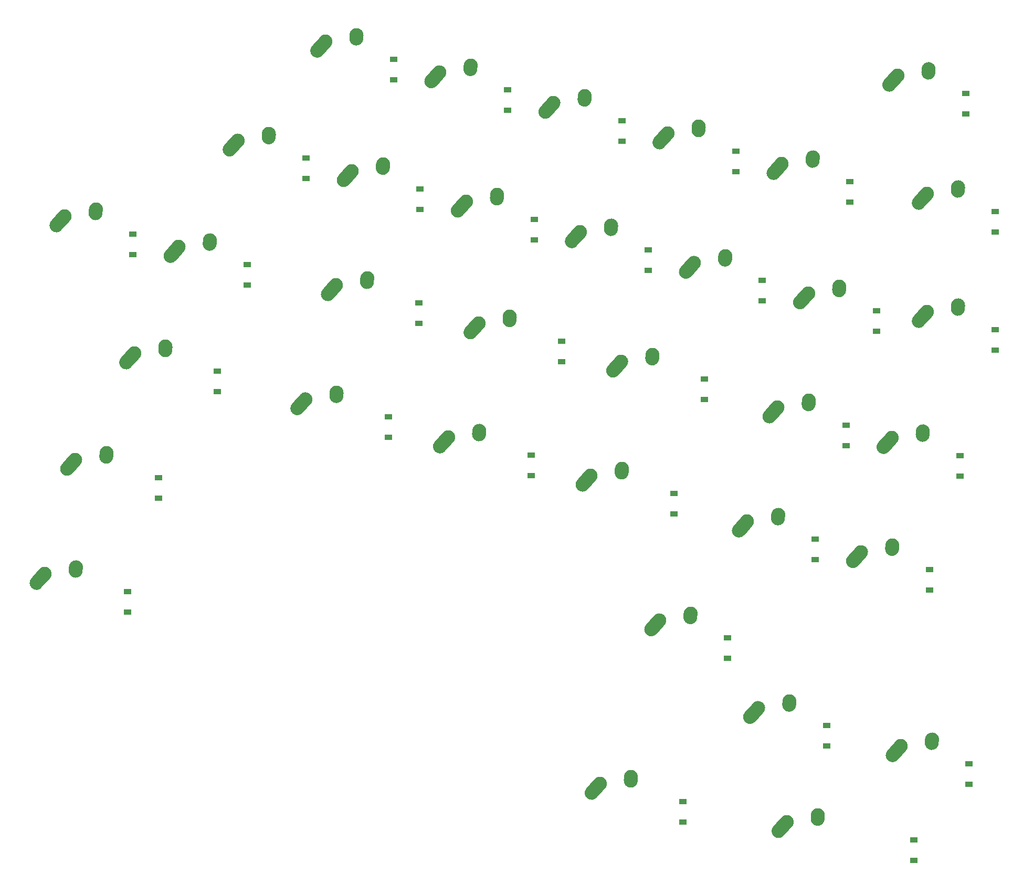
<source format=gbl>
G04 #@! TF.GenerationSoftware,KiCad,Pcbnew,(5.1.6)-1*
G04 #@! TF.CreationDate,2020-08-31T15:39:06-04:00*
G04 #@! TF.ProjectId,keyboard,6b657962-6f61-4726-942e-6b696361645f,rev?*
G04 #@! TF.SameCoordinates,Original*
G04 #@! TF.FileFunction,Copper,L2,Bot*
G04 #@! TF.FilePolarity,Positive*
%FSLAX46Y46*%
G04 Gerber Fmt 4.6, Leading zero omitted, Abs format (unit mm)*
G04 Created by KiCad (PCBNEW (5.1.6)-1) date 2020-08-31 15:39:06*
%MOMM*%
%LPD*%
G01*
G04 APERTURE LIST*
G04 #@! TA.AperFunction,ComponentPad*
%ADD10C,2.250000*%
G04 #@! TD*
G04 #@! TA.AperFunction,SMDPad,CuDef*
%ADD11R,1.200000X0.900000*%
G04 #@! TD*
G04 APERTURE END LIST*
D10*
X272969126Y-141415000D03*
G04 #@! TA.AperFunction,ComponentPad*
G36*
G01*
X270907809Y-143712345D02*
X270907809Y-143712345D01*
G75*
G02*
X270821781Y-142123683I751317J837345D01*
G01*
X272131783Y-140663683D01*
G75*
G02*
X273720445Y-140577655I837345J-751317D01*
G01*
X273720445Y-140577655D01*
G75*
G02*
X273806473Y-142166317I-751317J-837345D01*
G01*
X272496471Y-143626317D01*
G75*
G02*
X270907809Y-143712345I-837345J751317D01*
G01*
G37*
G04 #@! TD.AperFunction*
G04 #@! TA.AperFunction,ComponentPad*
G36*
G01*
X277891723Y-142037334D02*
X277891723Y-142037334D01*
G75*
G02*
X276846792Y-140837597I77403J1122334D01*
G01*
X276886792Y-140257597D01*
G75*
G02*
X278086529Y-139212666I1122334J-77403D01*
G01*
X278086529Y-139212666D01*
G75*
G02*
X279131460Y-140412403I-77403J-1122334D01*
G01*
X279091460Y-140992403D01*
G75*
G02*
X277891723Y-142037334I-1122334J77403D01*
G01*
G37*
G04 #@! TD.AperFunction*
X278009126Y-140335000D03*
D11*
X283994126Y-144265000D03*
X283994126Y-147565000D03*
D10*
X291370013Y-146345503D03*
G04 #@! TA.AperFunction,ComponentPad*
G36*
G01*
X289308696Y-148642848D02*
X289308696Y-148642848D01*
G75*
G02*
X289222668Y-147054186I751317J837345D01*
G01*
X290532670Y-145594186D01*
G75*
G02*
X292121332Y-145508158I837345J-751317D01*
G01*
X292121332Y-145508158D01*
G75*
G02*
X292207360Y-147096820I-751317J-837345D01*
G01*
X290897358Y-148556820D01*
G75*
G02*
X289308696Y-148642848I-837345J751317D01*
G01*
G37*
G04 #@! TD.AperFunction*
G04 #@! TA.AperFunction,ComponentPad*
G36*
G01*
X296292610Y-146967837D02*
X296292610Y-146967837D01*
G75*
G02*
X295247679Y-145768100I77403J1122334D01*
G01*
X295287679Y-145188100D01*
G75*
G02*
X296487416Y-144143169I1122334J-77403D01*
G01*
X296487416Y-144143169D01*
G75*
G02*
X297532347Y-145342906I-77403J-1122334D01*
G01*
X297492347Y-145922906D01*
G75*
G02*
X296292610Y-146967837I-1122334J77403D01*
G01*
G37*
G04 #@! TD.AperFunction*
X296410013Y-145265503D03*
D11*
X302395013Y-149195503D03*
X302395013Y-152495503D03*
D10*
X365241686Y-146906117D03*
G04 #@! TA.AperFunction,ComponentPad*
G36*
G01*
X363180369Y-149203462D02*
X363180369Y-149203462D01*
G75*
G02*
X363094341Y-147614800I751317J837345D01*
G01*
X364404343Y-146154800D01*
G75*
G02*
X365993005Y-146068772I837345J-751317D01*
G01*
X365993005Y-146068772D01*
G75*
G02*
X366079033Y-147657434I-751317J-837345D01*
G01*
X364769031Y-149117434D01*
G75*
G02*
X363180369Y-149203462I-837345J751317D01*
G01*
G37*
G04 #@! TD.AperFunction*
G04 #@! TA.AperFunction,ComponentPad*
G36*
G01*
X370164283Y-147528451D02*
X370164283Y-147528451D01*
G75*
G02*
X369119352Y-146328714I77403J1122334D01*
G01*
X369159352Y-145748714D01*
G75*
G02*
X370359089Y-144703783I1122334J-77403D01*
G01*
X370359089Y-144703783D01*
G75*
G02*
X371404020Y-145903520I-77403J-1122334D01*
G01*
X371364020Y-146483520D01*
G75*
G02*
X370164283Y-147528451I-1122334J77403D01*
G01*
G37*
G04 #@! TD.AperFunction*
X370281686Y-145826117D03*
D11*
X376266686Y-149756117D03*
X376266686Y-153056117D03*
D10*
X258838179Y-157350636D03*
G04 #@! TA.AperFunction,ComponentPad*
G36*
G01*
X256776862Y-159647981D02*
X256776862Y-159647981D01*
G75*
G02*
X256690834Y-158059319I751317J837345D01*
G01*
X258000836Y-156599319D01*
G75*
G02*
X259589498Y-156513291I837345J-751317D01*
G01*
X259589498Y-156513291D01*
G75*
G02*
X259675526Y-158101953I-751317J-837345D01*
G01*
X258365524Y-159561953D01*
G75*
G02*
X256776862Y-159647981I-837345J751317D01*
G01*
G37*
G04 #@! TD.AperFunction*
G04 #@! TA.AperFunction,ComponentPad*
G36*
G01*
X263760776Y-157972970D02*
X263760776Y-157972970D01*
G75*
G02*
X262715845Y-156773233I77403J1122334D01*
G01*
X262755845Y-156193233D01*
G75*
G02*
X263955582Y-155148302I1122334J-77403D01*
G01*
X263955582Y-155148302D01*
G75*
G02*
X265000513Y-156348039I-77403J-1122334D01*
G01*
X264960513Y-156928039D01*
G75*
G02*
X263760776Y-157972970I-1122334J77403D01*
G01*
G37*
G04 #@! TD.AperFunction*
X263878179Y-156270636D03*
D11*
X269863179Y-160200636D03*
X269863179Y-163500636D03*
D10*
X277239066Y-162281138D03*
G04 #@! TA.AperFunction,ComponentPad*
G36*
G01*
X275177749Y-164578483D02*
X275177749Y-164578483D01*
G75*
G02*
X275091721Y-162989821I751317J837345D01*
G01*
X276401723Y-161529821D01*
G75*
G02*
X277990385Y-161443793I837345J-751317D01*
G01*
X277990385Y-161443793D01*
G75*
G02*
X278076413Y-163032455I-751317J-837345D01*
G01*
X276766411Y-164492455D01*
G75*
G02*
X275177749Y-164578483I-837345J751317D01*
G01*
G37*
G04 #@! TD.AperFunction*
G04 #@! TA.AperFunction,ComponentPad*
G36*
G01*
X282161663Y-162903472D02*
X282161663Y-162903472D01*
G75*
G02*
X281116732Y-161703735I77403J1122334D01*
G01*
X281156732Y-161123735D01*
G75*
G02*
X282356469Y-160078804I1122334J-77403D01*
G01*
X282356469Y-160078804D01*
G75*
G02*
X283401400Y-161278541I-77403J-1122334D01*
G01*
X283361400Y-161858541D01*
G75*
G02*
X282161663Y-162903472I-1122334J77403D01*
G01*
G37*
G04 #@! TD.AperFunction*
X282279066Y-161201138D03*
D11*
X288264066Y-165131138D03*
X288264066Y-168431138D03*
D10*
X295639953Y-167211641D03*
G04 #@! TA.AperFunction,ComponentPad*
G36*
G01*
X293578636Y-169508986D02*
X293578636Y-169508986D01*
G75*
G02*
X293492608Y-167920324I751317J837345D01*
G01*
X294802610Y-166460324D01*
G75*
G02*
X296391272Y-166374296I837345J-751317D01*
G01*
X296391272Y-166374296D01*
G75*
G02*
X296477300Y-167962958I-751317J-837345D01*
G01*
X295167298Y-169422958D01*
G75*
G02*
X293578636Y-169508986I-837345J751317D01*
G01*
G37*
G04 #@! TD.AperFunction*
G04 #@! TA.AperFunction,ComponentPad*
G36*
G01*
X300562550Y-167833975D02*
X300562550Y-167833975D01*
G75*
G02*
X299517619Y-166634238I77403J1122334D01*
G01*
X299557619Y-166054238D01*
G75*
G02*
X300757356Y-165009307I1122334J-77403D01*
G01*
X300757356Y-165009307D01*
G75*
G02*
X301802287Y-166209044I-77403J-1122334D01*
G01*
X301762287Y-166789044D01*
G75*
G02*
X300562550Y-167833975I-1122334J77403D01*
G01*
G37*
G04 #@! TD.AperFunction*
X300679953Y-166131641D03*
D11*
X306664953Y-170061641D03*
X306664953Y-173361641D03*
D10*
X309770900Y-151276006D03*
G04 #@! TA.AperFunction,ComponentPad*
G36*
G01*
X307709583Y-153573351D02*
X307709583Y-153573351D01*
G75*
G02*
X307623555Y-151984689I751317J837345D01*
G01*
X308933557Y-150524689D01*
G75*
G02*
X310522219Y-150438661I837345J-751317D01*
G01*
X310522219Y-150438661D01*
G75*
G02*
X310608247Y-152027323I-751317J-837345D01*
G01*
X309298245Y-153487323D01*
G75*
G02*
X307709583Y-153573351I-837345J751317D01*
G01*
G37*
G04 #@! TD.AperFunction*
G04 #@! TA.AperFunction,ComponentPad*
G36*
G01*
X314693497Y-151898340D02*
X314693497Y-151898340D01*
G75*
G02*
X313648566Y-150698603I77403J1122334D01*
G01*
X313688566Y-150118603D01*
G75*
G02*
X314888303Y-149073672I1122334J-77403D01*
G01*
X314888303Y-149073672D01*
G75*
G02*
X315933234Y-150273409I-77403J-1122334D01*
G01*
X315893234Y-150853409D01*
G75*
G02*
X314693497Y-151898340I-1122334J77403D01*
G01*
G37*
G04 #@! TD.AperFunction*
X314810900Y-150196006D03*
D11*
X320795900Y-154126006D03*
X320795900Y-157426006D03*
D10*
X328171787Y-156206508D03*
G04 #@! TA.AperFunction,ComponentPad*
G36*
G01*
X326110470Y-158503853D02*
X326110470Y-158503853D01*
G75*
G02*
X326024442Y-156915191I751317J837345D01*
G01*
X327334444Y-155455191D01*
G75*
G02*
X328923106Y-155369163I837345J-751317D01*
G01*
X328923106Y-155369163D01*
G75*
G02*
X329009134Y-156957825I-751317J-837345D01*
G01*
X327699132Y-158417825D01*
G75*
G02*
X326110470Y-158503853I-837345J751317D01*
G01*
G37*
G04 #@! TD.AperFunction*
G04 #@! TA.AperFunction,ComponentPad*
G36*
G01*
X333094384Y-156828842D02*
X333094384Y-156828842D01*
G75*
G02*
X332049453Y-155629105I77403J1122334D01*
G01*
X332089453Y-155049105D01*
G75*
G02*
X333289190Y-154004174I1122334J-77403D01*
G01*
X333289190Y-154004174D01*
G75*
G02*
X334334121Y-155203911I-77403J-1122334D01*
G01*
X334294121Y-155783911D01*
G75*
G02*
X333094384Y-156828842I-1122334J77403D01*
G01*
G37*
G04 #@! TD.AperFunction*
X333211787Y-155126508D03*
D11*
X339196787Y-159056508D03*
X339196787Y-162356508D03*
D10*
X346572674Y-161137011D03*
G04 #@! TA.AperFunction,ComponentPad*
G36*
G01*
X344511357Y-163434356D02*
X344511357Y-163434356D01*
G75*
G02*
X344425329Y-161845694I751317J837345D01*
G01*
X345735331Y-160385694D01*
G75*
G02*
X347323993Y-160299666I837345J-751317D01*
G01*
X347323993Y-160299666D01*
G75*
G02*
X347410021Y-161888328I-751317J-837345D01*
G01*
X346100019Y-163348328D01*
G75*
G02*
X344511357Y-163434356I-837345J751317D01*
G01*
G37*
G04 #@! TD.AperFunction*
G04 #@! TA.AperFunction,ComponentPad*
G36*
G01*
X351495271Y-161759345D02*
X351495271Y-161759345D01*
G75*
G02*
X350450340Y-160559608I77403J1122334D01*
G01*
X350490340Y-159979608D01*
G75*
G02*
X351690077Y-158934677I1122334J-77403D01*
G01*
X351690077Y-158934677D01*
G75*
G02*
X352735008Y-160134414I-77403J-1122334D01*
G01*
X352695008Y-160714414D01*
G75*
G02*
X351495271Y-161759345I-1122334J77403D01*
G01*
G37*
G04 #@! TD.AperFunction*
X351612674Y-160057011D03*
D11*
X357597674Y-163987011D03*
X357597674Y-167287011D03*
D10*
X370004186Y-165956117D03*
G04 #@! TA.AperFunction,ComponentPad*
G36*
G01*
X367942869Y-168253462D02*
X367942869Y-168253462D01*
G75*
G02*
X367856841Y-166664800I751317J837345D01*
G01*
X369166843Y-165204800D01*
G75*
G02*
X370755505Y-165118772I837345J-751317D01*
G01*
X370755505Y-165118772D01*
G75*
G02*
X370841533Y-166707434I-751317J-837345D01*
G01*
X369531531Y-168167434D01*
G75*
G02*
X367942869Y-168253462I-837345J751317D01*
G01*
G37*
G04 #@! TD.AperFunction*
G04 #@! TA.AperFunction,ComponentPad*
G36*
G01*
X374926783Y-166578451D02*
X374926783Y-166578451D01*
G75*
G02*
X373881852Y-165378714I77403J1122334D01*
G01*
X373921852Y-164798714D01*
G75*
G02*
X375121589Y-163753783I1122334J-77403D01*
G01*
X375121589Y-163753783D01*
G75*
G02*
X376166520Y-164953520I-77403J-1122334D01*
G01*
X376126520Y-165533520D01*
G75*
G02*
X374926783Y-166578451I-1122334J77403D01*
G01*
G37*
G04 #@! TD.AperFunction*
X375044186Y-164876117D03*
D11*
X381029186Y-168806117D03*
X381029186Y-172106117D03*
D10*
X230906568Y-169588394D03*
G04 #@! TA.AperFunction,ComponentPad*
G36*
G01*
X228845251Y-171885739D02*
X228845251Y-171885739D01*
G75*
G02*
X228759223Y-170297077I751317J837345D01*
G01*
X230069225Y-168837077D01*
G75*
G02*
X231657887Y-168751049I837345J-751317D01*
G01*
X231657887Y-168751049D01*
G75*
G02*
X231743915Y-170339711I-751317J-837345D01*
G01*
X230433913Y-171799711D01*
G75*
G02*
X228845251Y-171885739I-837345J751317D01*
G01*
G37*
G04 #@! TD.AperFunction*
G04 #@! TA.AperFunction,ComponentPad*
G36*
G01*
X235829165Y-170210728D02*
X235829165Y-170210728D01*
G75*
G02*
X234784234Y-169010991I77403J1122334D01*
G01*
X234824234Y-168430991D01*
G75*
G02*
X236023971Y-167386060I1122334J-77403D01*
G01*
X236023971Y-167386060D01*
G75*
G02*
X237068902Y-168585797I-77403J-1122334D01*
G01*
X237028902Y-169165797D01*
G75*
G02*
X235829165Y-170210728I-1122334J77403D01*
G01*
G37*
G04 #@! TD.AperFunction*
X235946568Y-168508394D03*
D11*
X241931568Y-172438394D03*
X241931568Y-175738394D03*
D10*
X249307455Y-174518897D03*
G04 #@! TA.AperFunction,ComponentPad*
G36*
G01*
X247246138Y-176816242D02*
X247246138Y-176816242D01*
G75*
G02*
X247160110Y-175227580I751317J837345D01*
G01*
X248470112Y-173767580D01*
G75*
G02*
X250058774Y-173681552I837345J-751317D01*
G01*
X250058774Y-173681552D01*
G75*
G02*
X250144802Y-175270214I-751317J-837345D01*
G01*
X248834800Y-176730214D01*
G75*
G02*
X247246138Y-176816242I-837345J751317D01*
G01*
G37*
G04 #@! TD.AperFunction*
G04 #@! TA.AperFunction,ComponentPad*
G36*
G01*
X254230052Y-175141231D02*
X254230052Y-175141231D01*
G75*
G02*
X253185121Y-173941494I77403J1122334D01*
G01*
X253225121Y-173361494D01*
G75*
G02*
X254424858Y-172316563I1122334J-77403D01*
G01*
X254424858Y-172316563D01*
G75*
G02*
X255469789Y-173516300I-77403J-1122334D01*
G01*
X255429789Y-174096300D01*
G75*
G02*
X254230052Y-175141231I-1122334J77403D01*
G01*
G37*
G04 #@! TD.AperFunction*
X254347455Y-173438897D03*
D11*
X260332455Y-177368897D03*
X260332455Y-180668897D03*
D10*
X274689813Y-180682025D03*
G04 #@! TA.AperFunction,ComponentPad*
G36*
G01*
X272628496Y-182979370D02*
X272628496Y-182979370D01*
G75*
G02*
X272542468Y-181390708I751317J837345D01*
G01*
X273852470Y-179930708D01*
G75*
G02*
X275441132Y-179844680I837345J-751317D01*
G01*
X275441132Y-179844680D01*
G75*
G02*
X275527160Y-181433342I-751317J-837345D01*
G01*
X274217158Y-182893342D01*
G75*
G02*
X272628496Y-182979370I-837345J751317D01*
G01*
G37*
G04 #@! TD.AperFunction*
G04 #@! TA.AperFunction,ComponentPad*
G36*
G01*
X279612410Y-181304359D02*
X279612410Y-181304359D01*
G75*
G02*
X278567479Y-180104622I77403J1122334D01*
G01*
X278607479Y-179524622D01*
G75*
G02*
X279807216Y-178479691I1122334J-77403D01*
G01*
X279807216Y-178479691D01*
G75*
G02*
X280852147Y-179679428I-77403J-1122334D01*
G01*
X280812147Y-180259428D01*
G75*
G02*
X279612410Y-181304359I-1122334J77403D01*
G01*
G37*
G04 #@! TD.AperFunction*
X279729813Y-179602025D03*
D11*
X288096063Y-183532025D03*
X288096063Y-186832025D03*
D10*
X314040840Y-172142144D03*
G04 #@! TA.AperFunction,ComponentPad*
G36*
G01*
X311979523Y-174439489D02*
X311979523Y-174439489D01*
G75*
G02*
X311893495Y-172850827I751317J837345D01*
G01*
X313203497Y-171390827D01*
G75*
G02*
X314792159Y-171304799I837345J-751317D01*
G01*
X314792159Y-171304799D01*
G75*
G02*
X314878187Y-172893461I-751317J-837345D01*
G01*
X313568185Y-174353461D01*
G75*
G02*
X311979523Y-174439489I-837345J751317D01*
G01*
G37*
G04 #@! TD.AperFunction*
G04 #@! TA.AperFunction,ComponentPad*
G36*
G01*
X318963437Y-172764478D02*
X318963437Y-172764478D01*
G75*
G02*
X317918506Y-171564741I77403J1122334D01*
G01*
X317958506Y-170984741D01*
G75*
G02*
X319158243Y-169939810I1122334J-77403D01*
G01*
X319158243Y-169939810D01*
G75*
G02*
X320203174Y-171139547I-77403J-1122334D01*
G01*
X320163174Y-171719547D01*
G75*
G02*
X318963437Y-172764478I-1122334J77403D01*
G01*
G37*
G04 #@! TD.AperFunction*
X319080840Y-171062144D03*
D11*
X325065840Y-174992144D03*
X325065840Y-178292144D03*
D10*
X332441727Y-177072647D03*
G04 #@! TA.AperFunction,ComponentPad*
G36*
G01*
X330380410Y-179369992D02*
X330380410Y-179369992D01*
G75*
G02*
X330294382Y-177781330I751317J837345D01*
G01*
X331604384Y-176321330D01*
G75*
G02*
X333193046Y-176235302I837345J-751317D01*
G01*
X333193046Y-176235302D01*
G75*
G02*
X333279074Y-177823964I-751317J-837345D01*
G01*
X331969072Y-179283964D01*
G75*
G02*
X330380410Y-179369992I-837345J751317D01*
G01*
G37*
G04 #@! TD.AperFunction*
G04 #@! TA.AperFunction,ComponentPad*
G36*
G01*
X337364324Y-177694981D02*
X337364324Y-177694981D01*
G75*
G02*
X336319393Y-176495244I77403J1122334D01*
G01*
X336359393Y-175915244D01*
G75*
G02*
X337559130Y-174870313I1122334J-77403D01*
G01*
X337559130Y-174870313D01*
G75*
G02*
X338604061Y-176070050I-77403J-1122334D01*
G01*
X338564061Y-176650050D01*
G75*
G02*
X337364324Y-177694981I-1122334J77403D01*
G01*
G37*
G04 #@! TD.AperFunction*
X337481727Y-175992647D03*
D11*
X343466727Y-179922647D03*
X343466727Y-183222647D03*
D10*
X350842614Y-182003150D03*
G04 #@! TA.AperFunction,ComponentPad*
G36*
G01*
X348781297Y-184300495D02*
X348781297Y-184300495D01*
G75*
G02*
X348695269Y-182711833I751317J837345D01*
G01*
X350005271Y-181251833D01*
G75*
G02*
X351593933Y-181165805I837345J-751317D01*
G01*
X351593933Y-181165805D01*
G75*
G02*
X351679961Y-182754467I-751317J-837345D01*
G01*
X350369959Y-184214467D01*
G75*
G02*
X348781297Y-184300495I-837345J751317D01*
G01*
G37*
G04 #@! TD.AperFunction*
G04 #@! TA.AperFunction,ComponentPad*
G36*
G01*
X355765211Y-182625484D02*
X355765211Y-182625484D01*
G75*
G02*
X354720280Y-181425747I77403J1122334D01*
G01*
X354760280Y-180845747D01*
G75*
G02*
X355960017Y-179800816I1122334J-77403D01*
G01*
X355960017Y-179800816D01*
G75*
G02*
X357004948Y-181000553I-77403J-1122334D01*
G01*
X356964948Y-181580553D01*
G75*
G02*
X355765211Y-182625484I-1122334J77403D01*
G01*
G37*
G04 #@! TD.AperFunction*
X355882614Y-180923150D03*
D11*
X361867614Y-184853150D03*
X361867614Y-188153150D03*
D10*
X370004186Y-185006117D03*
G04 #@! TA.AperFunction,ComponentPad*
G36*
G01*
X367942869Y-187303462D02*
X367942869Y-187303462D01*
G75*
G02*
X367856841Y-185714800I751317J837345D01*
G01*
X369166843Y-184254800D01*
G75*
G02*
X370755505Y-184168772I837345J-751317D01*
G01*
X370755505Y-184168772D01*
G75*
G02*
X370841533Y-185757434I-751317J-837345D01*
G01*
X369531531Y-187217434D01*
G75*
G02*
X367942869Y-187303462I-837345J751317D01*
G01*
G37*
G04 #@! TD.AperFunction*
G04 #@! TA.AperFunction,ComponentPad*
G36*
G01*
X374926783Y-185628451D02*
X374926783Y-185628451D01*
G75*
G02*
X373881852Y-184428714I77403J1122334D01*
G01*
X373921852Y-183848714D01*
G75*
G02*
X375121589Y-182803783I1122334J-77403D01*
G01*
X375121589Y-182803783D01*
G75*
G02*
X376166520Y-184003520I-77403J-1122334D01*
G01*
X376126520Y-184583520D01*
G75*
G02*
X374926783Y-185628451I-1122334J77403D01*
G01*
G37*
G04 #@! TD.AperFunction*
X375044186Y-183926117D03*
D11*
X381029186Y-187856117D03*
X381029186Y-191156117D03*
D10*
X242157980Y-191687158D03*
G04 #@! TA.AperFunction,ComponentPad*
G36*
G01*
X240096663Y-193984503D02*
X240096663Y-193984503D01*
G75*
G02*
X240010635Y-192395841I751317J837345D01*
G01*
X241320637Y-190935841D01*
G75*
G02*
X242909299Y-190849813I837345J-751317D01*
G01*
X242909299Y-190849813D01*
G75*
G02*
X242995327Y-192438475I-751317J-837345D01*
G01*
X241685325Y-193898475D01*
G75*
G02*
X240096663Y-193984503I-837345J751317D01*
G01*
G37*
G04 #@! TD.AperFunction*
G04 #@! TA.AperFunction,ComponentPad*
G36*
G01*
X247080577Y-192309492D02*
X247080577Y-192309492D01*
G75*
G02*
X246035646Y-191109755I77403J1122334D01*
G01*
X246075646Y-190529755D01*
G75*
G02*
X247275383Y-189484824I1122334J-77403D01*
G01*
X247275383Y-189484824D01*
G75*
G02*
X248320314Y-190684561I-77403J-1122334D01*
G01*
X248280314Y-191264561D01*
G75*
G02*
X247080577Y-192309492I-1122334J77403D01*
G01*
G37*
G04 #@! TD.AperFunction*
X247197980Y-190607158D03*
D11*
X255564230Y-194537158D03*
X255564230Y-197837158D03*
D10*
X269759311Y-199082912D03*
G04 #@! TA.AperFunction,ComponentPad*
G36*
G01*
X267697994Y-201380257D02*
X267697994Y-201380257D01*
G75*
G02*
X267611966Y-199791595I751317J837345D01*
G01*
X268921968Y-198331595D01*
G75*
G02*
X270510630Y-198245567I837345J-751317D01*
G01*
X270510630Y-198245567D01*
G75*
G02*
X270596658Y-199834229I-751317J-837345D01*
G01*
X269286656Y-201294229D01*
G75*
G02*
X267697994Y-201380257I-837345J751317D01*
G01*
G37*
G04 #@! TD.AperFunction*
G04 #@! TA.AperFunction,ComponentPad*
G36*
G01*
X274681908Y-199705246D02*
X274681908Y-199705246D01*
G75*
G02*
X273636977Y-198505509I77403J1122334D01*
G01*
X273676977Y-197925509D01*
G75*
G02*
X274876714Y-196880578I1122334J-77403D01*
G01*
X274876714Y-196880578D01*
G75*
G02*
X275921645Y-198080315I-77403J-1122334D01*
G01*
X275881645Y-198660315D01*
G75*
G02*
X274681908Y-199705246I-1122334J77403D01*
G01*
G37*
G04 #@! TD.AperFunction*
X274799311Y-198002912D03*
D11*
X283165561Y-201932912D03*
X283165561Y-205232912D03*
D10*
X297690922Y-186845154D03*
G04 #@! TA.AperFunction,ComponentPad*
G36*
G01*
X295629605Y-189142499D02*
X295629605Y-189142499D01*
G75*
G02*
X295543577Y-187553837I751317J837345D01*
G01*
X296853579Y-186093837D01*
G75*
G02*
X298442241Y-186007809I837345J-751317D01*
G01*
X298442241Y-186007809D01*
G75*
G02*
X298528269Y-187596471I-751317J-837345D01*
G01*
X297218267Y-189056471D01*
G75*
G02*
X295629605Y-189142499I-837345J751317D01*
G01*
G37*
G04 #@! TD.AperFunction*
G04 #@! TA.AperFunction,ComponentPad*
G36*
G01*
X302613519Y-187467488D02*
X302613519Y-187467488D01*
G75*
G02*
X301568588Y-186267751I77403J1122334D01*
G01*
X301608588Y-185687751D01*
G75*
G02*
X302808325Y-184642820I1122334J-77403D01*
G01*
X302808325Y-184642820D01*
G75*
G02*
X303853256Y-185842557I-77403J-1122334D01*
G01*
X303813256Y-186422557D01*
G75*
G02*
X302613519Y-187467488I-1122334J77403D01*
G01*
G37*
G04 #@! TD.AperFunction*
X302730922Y-185765154D03*
D11*
X311097172Y-189695154D03*
X311097172Y-192995154D03*
D10*
X292760419Y-205246041D03*
G04 #@! TA.AperFunction,ComponentPad*
G36*
G01*
X290699102Y-207543386D02*
X290699102Y-207543386D01*
G75*
G02*
X290613074Y-205954724I751317J837345D01*
G01*
X291923076Y-204494724D01*
G75*
G02*
X293511738Y-204408696I837345J-751317D01*
G01*
X293511738Y-204408696D01*
G75*
G02*
X293597766Y-205997358I-751317J-837345D01*
G01*
X292287764Y-207457358D01*
G75*
G02*
X290699102Y-207543386I-837345J751317D01*
G01*
G37*
G04 #@! TD.AperFunction*
G04 #@! TA.AperFunction,ComponentPad*
G36*
G01*
X297683016Y-205868375D02*
X297683016Y-205868375D01*
G75*
G02*
X296638085Y-204668638I77403J1122334D01*
G01*
X296678085Y-204088638D01*
G75*
G02*
X297877822Y-203043707I1122334J-77403D01*
G01*
X297877822Y-203043707D01*
G75*
G02*
X298922753Y-204243444I-77403J-1122334D01*
G01*
X298882753Y-204823444D01*
G75*
G02*
X297683016Y-205868375I-1122334J77403D01*
G01*
G37*
G04 #@! TD.AperFunction*
X297800419Y-204166041D03*
D11*
X306166669Y-208096041D03*
X306166669Y-211396041D03*
D10*
X320692031Y-193008282D03*
G04 #@! TA.AperFunction,ComponentPad*
G36*
G01*
X318630714Y-195305627D02*
X318630714Y-195305627D01*
G75*
G02*
X318544686Y-193716965I751317J837345D01*
G01*
X319854688Y-192256965D01*
G75*
G02*
X321443350Y-192170937I837345J-751317D01*
G01*
X321443350Y-192170937D01*
G75*
G02*
X321529378Y-193759599I-751317J-837345D01*
G01*
X320219376Y-195219599D01*
G75*
G02*
X318630714Y-195305627I-837345J751317D01*
G01*
G37*
G04 #@! TD.AperFunction*
G04 #@! TA.AperFunction,ComponentPad*
G36*
G01*
X325614628Y-193630616D02*
X325614628Y-193630616D01*
G75*
G02*
X324569697Y-192430879I77403J1122334D01*
G01*
X324609697Y-191850879D01*
G75*
G02*
X325809434Y-190805948I1122334J-77403D01*
G01*
X325809434Y-190805948D01*
G75*
G02*
X326854365Y-192005685I-77403J-1122334D01*
G01*
X326814365Y-192585685D01*
G75*
G02*
X325614628Y-193630616I-1122334J77403D01*
G01*
G37*
G04 #@! TD.AperFunction*
X325732031Y-191928282D03*
D11*
X334098281Y-195858282D03*
X334098281Y-199158282D03*
D10*
X345912111Y-200404037D03*
G04 #@! TA.AperFunction,ComponentPad*
G36*
G01*
X343850794Y-202701382D02*
X343850794Y-202701382D01*
G75*
G02*
X343764766Y-201112720I751317J837345D01*
G01*
X345074768Y-199652720D01*
G75*
G02*
X346663430Y-199566692I837345J-751317D01*
G01*
X346663430Y-199566692D01*
G75*
G02*
X346749458Y-201155354I-751317J-837345D01*
G01*
X345439456Y-202615354D01*
G75*
G02*
X343850794Y-202701382I-837345J751317D01*
G01*
G37*
G04 #@! TD.AperFunction*
G04 #@! TA.AperFunction,ComponentPad*
G36*
G01*
X350834708Y-201026371D02*
X350834708Y-201026371D01*
G75*
G02*
X349789777Y-199826634I77403J1122334D01*
G01*
X349829777Y-199246634D01*
G75*
G02*
X351029514Y-198201703I1122334J-77403D01*
G01*
X351029514Y-198201703D01*
G75*
G02*
X352074445Y-199401440I-77403J-1122334D01*
G01*
X352034445Y-199981440D01*
G75*
G02*
X350834708Y-201026371I-1122334J77403D01*
G01*
G37*
G04 #@! TD.AperFunction*
X350952111Y-199324037D03*
D11*
X356937111Y-203254037D03*
X356937111Y-206554037D03*
D10*
X364312998Y-205334539D03*
G04 #@! TA.AperFunction,ComponentPad*
G36*
G01*
X362251681Y-207631884D02*
X362251681Y-207631884D01*
G75*
G02*
X362165653Y-206043222I751317J837345D01*
G01*
X363475655Y-204583222D01*
G75*
G02*
X365064317Y-204497194I837345J-751317D01*
G01*
X365064317Y-204497194D01*
G75*
G02*
X365150345Y-206085856I-751317J-837345D01*
G01*
X363840343Y-207545856D01*
G75*
G02*
X362251681Y-207631884I-837345J751317D01*
G01*
G37*
G04 #@! TD.AperFunction*
G04 #@! TA.AperFunction,ComponentPad*
G36*
G01*
X369235595Y-205956873D02*
X369235595Y-205956873D01*
G75*
G02*
X368190664Y-204757136I77403J1122334D01*
G01*
X368230664Y-204177136D01*
G75*
G02*
X369430401Y-203132205I1122334J-77403D01*
G01*
X369430401Y-203132205D01*
G75*
G02*
X370475332Y-204331942I-77403J-1122334D01*
G01*
X370435332Y-204911942D01*
G75*
G02*
X369235595Y-205956873I-1122334J77403D01*
G01*
G37*
G04 #@! TD.AperFunction*
X369352998Y-204254539D03*
D11*
X375337998Y-208184539D03*
X375337998Y-211484539D03*
D10*
X232627256Y-208855419D03*
G04 #@! TA.AperFunction,ComponentPad*
G36*
G01*
X230565939Y-211152764D02*
X230565939Y-211152764D01*
G75*
G02*
X230479911Y-209564102I751317J837345D01*
G01*
X231789913Y-208104102D01*
G75*
G02*
X233378575Y-208018074I837345J-751317D01*
G01*
X233378575Y-208018074D01*
G75*
G02*
X233464603Y-209606736I-751317J-837345D01*
G01*
X232154601Y-211066736D01*
G75*
G02*
X230565939Y-211152764I-837345J751317D01*
G01*
G37*
G04 #@! TD.AperFunction*
G04 #@! TA.AperFunction,ComponentPad*
G36*
G01*
X237549853Y-209477753D02*
X237549853Y-209477753D01*
G75*
G02*
X236504922Y-208278016I77403J1122334D01*
G01*
X236544922Y-207698016D01*
G75*
G02*
X237744659Y-206653085I1122334J-77403D01*
G01*
X237744659Y-206653085D01*
G75*
G02*
X238789590Y-207852822I-77403J-1122334D01*
G01*
X238749590Y-208432822D01*
G75*
G02*
X237549853Y-209477753I-1122334J77403D01*
G01*
G37*
G04 #@! TD.AperFunction*
X237667256Y-207775419D03*
D11*
X246033506Y-211705419D03*
X246033506Y-215005419D03*
D10*
X315761528Y-211409169D03*
G04 #@! TA.AperFunction,ComponentPad*
G36*
G01*
X313700211Y-213706514D02*
X313700211Y-213706514D01*
G75*
G02*
X313614183Y-212117852I751317J837345D01*
G01*
X314924185Y-210657852D01*
G75*
G02*
X316512847Y-210571824I837345J-751317D01*
G01*
X316512847Y-210571824D01*
G75*
G02*
X316598875Y-212160486I-751317J-837345D01*
G01*
X315288873Y-213620486D01*
G75*
G02*
X313700211Y-213706514I-837345J751317D01*
G01*
G37*
G04 #@! TD.AperFunction*
G04 #@! TA.AperFunction,ComponentPad*
G36*
G01*
X320684125Y-212031503D02*
X320684125Y-212031503D01*
G75*
G02*
X319639194Y-210831766I77403J1122334D01*
G01*
X319679194Y-210251766D01*
G75*
G02*
X320878931Y-209206835I1122334J-77403D01*
G01*
X320878931Y-209206835D01*
G75*
G02*
X321923862Y-210406572I-77403J-1122334D01*
G01*
X321883862Y-210986572D01*
G75*
G02*
X320684125Y-212031503I-1122334J77403D01*
G01*
G37*
G04 #@! TD.AperFunction*
X320801528Y-210329169D03*
D11*
X329167778Y-214259169D03*
X329167778Y-217559169D03*
D10*
X340981609Y-218804924D03*
G04 #@! TA.AperFunction,ComponentPad*
G36*
G01*
X338920292Y-221102269D02*
X338920292Y-221102269D01*
G75*
G02*
X338834264Y-219513607I751317J837345D01*
G01*
X340144266Y-218053607D01*
G75*
G02*
X341732928Y-217967579I837345J-751317D01*
G01*
X341732928Y-217967579D01*
G75*
G02*
X341818956Y-219556241I-751317J-837345D01*
G01*
X340508954Y-221016241D01*
G75*
G02*
X338920292Y-221102269I-837345J751317D01*
G01*
G37*
G04 #@! TD.AperFunction*
G04 #@! TA.AperFunction,ComponentPad*
G36*
G01*
X345904206Y-219427258D02*
X345904206Y-219427258D01*
G75*
G02*
X344859275Y-218227521I77403J1122334D01*
G01*
X344899275Y-217647521D01*
G75*
G02*
X346099012Y-216602590I1122334J-77403D01*
G01*
X346099012Y-216602590D01*
G75*
G02*
X347143943Y-217802327I-77403J-1122334D01*
G01*
X347103943Y-218382327D01*
G75*
G02*
X345904206Y-219427258I-1122334J77403D01*
G01*
G37*
G04 #@! TD.AperFunction*
X346021609Y-217724924D03*
D11*
X352006609Y-221654924D03*
X352006609Y-224954924D03*
D10*
X359382496Y-223735426D03*
G04 #@! TA.AperFunction,ComponentPad*
G36*
G01*
X357321179Y-226032771D02*
X357321179Y-226032771D01*
G75*
G02*
X357235151Y-224444109I751317J837345D01*
G01*
X358545153Y-222984109D01*
G75*
G02*
X360133815Y-222898081I837345J-751317D01*
G01*
X360133815Y-222898081D01*
G75*
G02*
X360219843Y-224486743I-751317J-837345D01*
G01*
X358909841Y-225946743D01*
G75*
G02*
X357321179Y-226032771I-837345J751317D01*
G01*
G37*
G04 #@! TD.AperFunction*
G04 #@! TA.AperFunction,ComponentPad*
G36*
G01*
X364305093Y-224357760D02*
X364305093Y-224357760D01*
G75*
G02*
X363260162Y-223158023I77403J1122334D01*
G01*
X363300162Y-222578023D01*
G75*
G02*
X364499899Y-221533092I1122334J-77403D01*
G01*
X364499899Y-221533092D01*
G75*
G02*
X365544830Y-222732829I-77403J-1122334D01*
G01*
X365504830Y-223312829D01*
G75*
G02*
X364305093Y-224357760I-1122334J77403D01*
G01*
G37*
G04 #@! TD.AperFunction*
X364422496Y-222655426D03*
D11*
X370407496Y-226585426D03*
X370407496Y-229885426D03*
D10*
X227696753Y-227256306D03*
G04 #@! TA.AperFunction,ComponentPad*
G36*
G01*
X225635436Y-229553651D02*
X225635436Y-229553651D01*
G75*
G02*
X225549408Y-227964989I751317J837345D01*
G01*
X226859410Y-226504989D01*
G75*
G02*
X228448072Y-226418961I837345J-751317D01*
G01*
X228448072Y-226418961D01*
G75*
G02*
X228534100Y-228007623I-751317J-837345D01*
G01*
X227224098Y-229467623D01*
G75*
G02*
X225635436Y-229553651I-837345J751317D01*
G01*
G37*
G04 #@! TD.AperFunction*
G04 #@! TA.AperFunction,ComponentPad*
G36*
G01*
X232619350Y-227878640D02*
X232619350Y-227878640D01*
G75*
G02*
X231574419Y-226678903I77403J1122334D01*
G01*
X231614419Y-226098903D01*
G75*
G02*
X232814156Y-225053972I1122334J-77403D01*
G01*
X232814156Y-225053972D01*
G75*
G02*
X233859087Y-226253709I-77403J-1122334D01*
G01*
X233819087Y-226833709D01*
G75*
G02*
X232619350Y-227878640I-1122334J77403D01*
G01*
G37*
G04 #@! TD.AperFunction*
X232736753Y-226176306D03*
D11*
X241103003Y-230106306D03*
X241103003Y-233406306D03*
D10*
X326850662Y-234740559D03*
G04 #@! TA.AperFunction,ComponentPad*
G36*
G01*
X324789345Y-237037904D02*
X324789345Y-237037904D01*
G75*
G02*
X324703317Y-235449242I751317J837345D01*
G01*
X326013319Y-233989242D01*
G75*
G02*
X327601981Y-233903214I837345J-751317D01*
G01*
X327601981Y-233903214D01*
G75*
G02*
X327688009Y-235491876I-751317J-837345D01*
G01*
X326378007Y-236951876D01*
G75*
G02*
X324789345Y-237037904I-837345J751317D01*
G01*
G37*
G04 #@! TD.AperFunction*
G04 #@! TA.AperFunction,ComponentPad*
G36*
G01*
X331773259Y-235362893D02*
X331773259Y-235362893D01*
G75*
G02*
X330728328Y-234163156I77403J1122334D01*
G01*
X330768328Y-233583156D01*
G75*
G02*
X331968065Y-232538225I1122334J-77403D01*
G01*
X331968065Y-232538225D01*
G75*
G02*
X333012996Y-233737962I-77403J-1122334D01*
G01*
X332972996Y-234317962D01*
G75*
G02*
X331773259Y-235362893I-1122334J77403D01*
G01*
G37*
G04 #@! TD.AperFunction*
X331890662Y-233660559D03*
D11*
X337875662Y-237590559D03*
X337875662Y-240890559D03*
D10*
X317235936Y-261109264D03*
G04 #@! TA.AperFunction,ComponentPad*
G36*
G01*
X315174619Y-263406609D02*
X315174619Y-263406609D01*
G75*
G02*
X315088591Y-261817947I751317J837345D01*
G01*
X316398593Y-260357947D01*
G75*
G02*
X317987255Y-260271919I837345J-751317D01*
G01*
X317987255Y-260271919D01*
G75*
G02*
X318073283Y-261860581I-751317J-837345D01*
G01*
X316763281Y-263320581D01*
G75*
G02*
X315174619Y-263406609I-837345J751317D01*
G01*
G37*
G04 #@! TD.AperFunction*
G04 #@! TA.AperFunction,ComponentPad*
G36*
G01*
X322158533Y-261731598D02*
X322158533Y-261731598D01*
G75*
G02*
X321113602Y-260531861I77403J1122334D01*
G01*
X321153602Y-259951861D01*
G75*
G02*
X322353339Y-258906930I1122334J-77403D01*
G01*
X322353339Y-258906930D01*
G75*
G02*
X323398270Y-260106667I-77403J-1122334D01*
G01*
X323358270Y-260686667D01*
G75*
G02*
X322158533Y-261731598I-1122334J77403D01*
G01*
G37*
G04 #@! TD.AperFunction*
X322275936Y-260029264D03*
D11*
X330642186Y-263959264D03*
X330642186Y-267259264D03*
D10*
X342786298Y-248871506D03*
G04 #@! TA.AperFunction,ComponentPad*
G36*
G01*
X340724981Y-251168851D02*
X340724981Y-251168851D01*
G75*
G02*
X340638953Y-249580189I751317J837345D01*
G01*
X341948955Y-248120189D01*
G75*
G02*
X343537617Y-248034161I837345J-751317D01*
G01*
X343537617Y-248034161D01*
G75*
G02*
X343623645Y-249622823I-751317J-837345D01*
G01*
X342313643Y-251082823D01*
G75*
G02*
X340724981Y-251168851I-837345J751317D01*
G01*
G37*
G04 #@! TD.AperFunction*
G04 #@! TA.AperFunction,ComponentPad*
G36*
G01*
X347708895Y-249493840D02*
X347708895Y-249493840D01*
G75*
G02*
X346663964Y-248294103I77403J1122334D01*
G01*
X346703964Y-247714103D01*
G75*
G02*
X347903701Y-246669172I1122334J-77403D01*
G01*
X347903701Y-246669172D01*
G75*
G02*
X348948632Y-247868909I-77403J-1122334D01*
G01*
X348908632Y-248448909D01*
G75*
G02*
X347708895Y-249493840I-1122334J77403D01*
G01*
G37*
G04 #@! TD.AperFunction*
X347826298Y-247791506D03*
D11*
X353811298Y-251721506D03*
X353811298Y-255021506D03*
D10*
X365787407Y-255034634D03*
G04 #@! TA.AperFunction,ComponentPad*
G36*
G01*
X363726090Y-257331979D02*
X363726090Y-257331979D01*
G75*
G02*
X363640062Y-255743317I751317J837345D01*
G01*
X364950064Y-254283317D01*
G75*
G02*
X366538726Y-254197289I837345J-751317D01*
G01*
X366538726Y-254197289D01*
G75*
G02*
X366624754Y-255785951I-751317J-837345D01*
G01*
X365314752Y-257245951D01*
G75*
G02*
X363726090Y-257331979I-837345J751317D01*
G01*
G37*
G04 #@! TD.AperFunction*
G04 #@! TA.AperFunction,ComponentPad*
G36*
G01*
X370710004Y-255656968D02*
X370710004Y-255656968D01*
G75*
G02*
X369665073Y-254457231I77403J1122334D01*
G01*
X369705073Y-253877231D01*
G75*
G02*
X370904810Y-252832300I1122334J-77403D01*
G01*
X370904810Y-252832300D01*
G75*
G02*
X371949741Y-254032037I-77403J-1122334D01*
G01*
X371909741Y-254612037D01*
G75*
G02*
X370710004Y-255656968I-1122334J77403D01*
G01*
G37*
G04 #@! TD.AperFunction*
X370827407Y-253954634D03*
D11*
X376812407Y-257884634D03*
X376812407Y-261184634D03*
D10*
X347380795Y-267272392D03*
G04 #@! TA.AperFunction,ComponentPad*
G36*
G01*
X345319478Y-269569737D02*
X345319478Y-269569737D01*
G75*
G02*
X345233450Y-267981075I751317J837345D01*
G01*
X346543452Y-266521075D01*
G75*
G02*
X348132114Y-266435047I837345J-751317D01*
G01*
X348132114Y-266435047D01*
G75*
G02*
X348218142Y-268023709I-751317J-837345D01*
G01*
X346908140Y-269483709D01*
G75*
G02*
X345319478Y-269569737I-837345J751317D01*
G01*
G37*
G04 #@! TD.AperFunction*
G04 #@! TA.AperFunction,ComponentPad*
G36*
G01*
X352303392Y-267894726D02*
X352303392Y-267894726D01*
G75*
G02*
X351258461Y-266694989I77403J1122334D01*
G01*
X351298461Y-266114989D01*
G75*
G02*
X352498198Y-265070058I1122334J-77403D01*
G01*
X352498198Y-265070058D01*
G75*
G02*
X353543129Y-266269795I-77403J-1122334D01*
G01*
X353503129Y-266849795D01*
G75*
G02*
X352303392Y-267894726I-1122334J77403D01*
G01*
G37*
G04 #@! TD.AperFunction*
X352420795Y-266192392D03*
D11*
X367930795Y-270122392D03*
X367930795Y-273422392D03*
M02*

</source>
